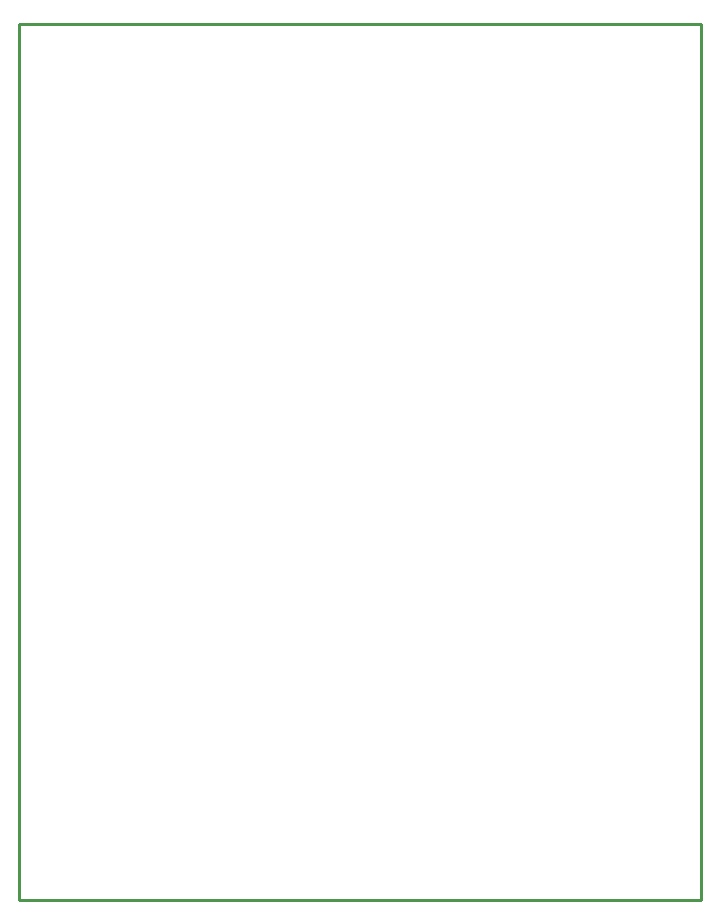
<source format=gm1>
G04*
G04 #@! TF.GenerationSoftware,Altium Limited,Altium Designer,21.0.8 (223)*
G04*
G04 Layer_Color=16711935*
%FSLAX25Y25*%
%MOIN*%
G70*
G04*
G04 #@! TF.SameCoordinates,8614DC1C-B162-4B63-BA2F-6D4862A9A950*
G04*
G04*
G04 #@! TF.FilePolarity,Positive*
G04*
G01*
G75*
%ADD15C,0.01000*%
D15*
X227500Y0D02*
Y292000D01*
X0Y0D02*
X227500D01*
X0D02*
Y292000D01*
X227500D01*
M02*

</source>
